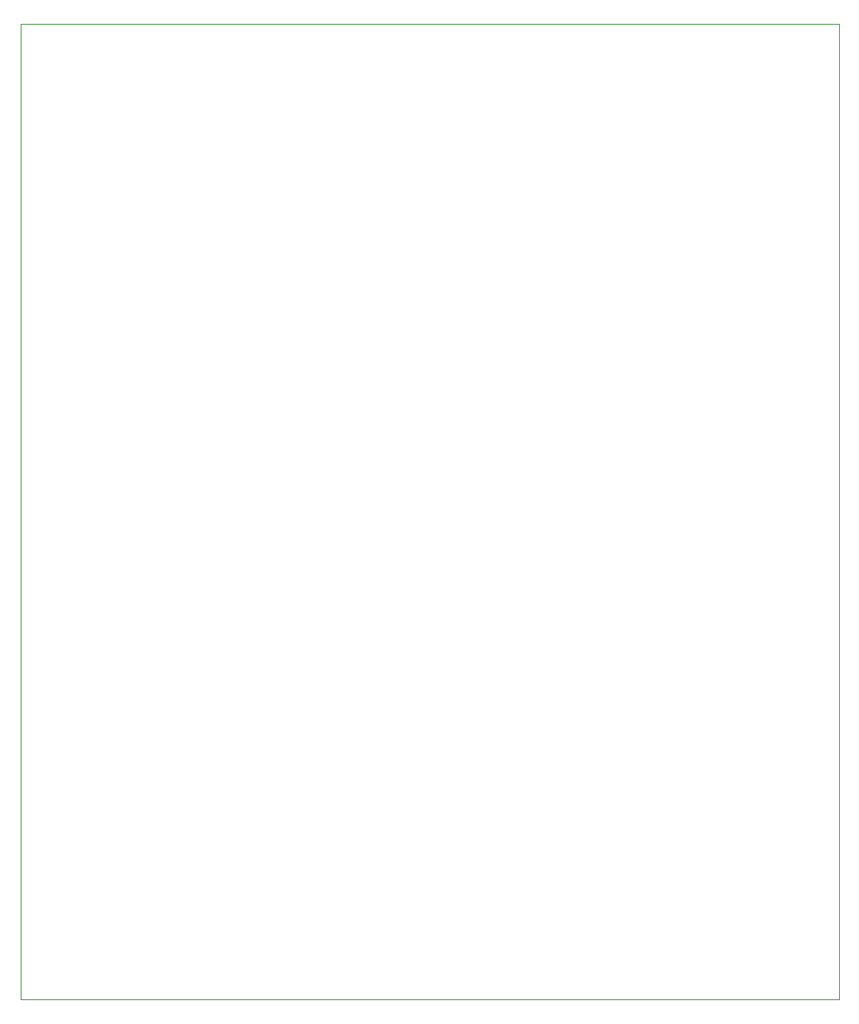
<source format=gbr>
%TF.GenerationSoftware,KiCad,Pcbnew,9.0.2*%
%TF.CreationDate,2025-12-23T12:34:07+01:00*%
%TF.ProjectId,HilBox,48696c42-6f78-42e6-9b69-6361645f7063,rev?*%
%TF.SameCoordinates,Original*%
%TF.FileFunction,Profile,NP*%
%FSLAX46Y46*%
G04 Gerber Fmt 4.6, Leading zero omitted, Abs format (unit mm)*
G04 Created by KiCad (PCBNEW 9.0.2) date 2025-12-23 12:34:07*
%MOMM*%
%LPD*%
G01*
G04 APERTURE LIST*
%TA.AperFunction,Profile*%
%ADD10C,0.050000*%
%TD*%
G04 APERTURE END LIST*
D10*
X121000000Y-153700000D02*
X121000000Y-50000000D01*
X34000000Y-50000000D02*
X34000000Y-153700000D01*
X121000000Y-50000000D02*
X34000000Y-50000000D01*
X121000000Y-153700000D02*
X34000000Y-153700000D01*
X116500000Y-153700000D02*
X117500000Y-153700000D01*
M02*

</source>
